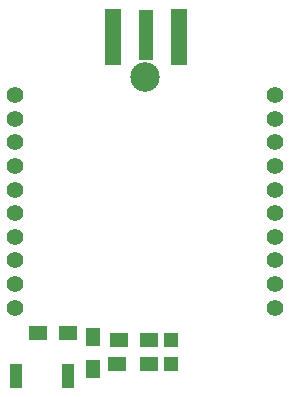
<source format=gbr>
G04 #@! TF.FileFunction,Soldermask,Top*
%FSLAX46Y46*%
G04 Gerber Fmt 4.6, Leading zero omitted, Abs format (unit mm)*
G04 Created by KiCad (PCBNEW 4.0.4-stable) date 01/28/17 15:21:22*
%MOMM*%
%LPD*%
G01*
G04 APERTURE LIST*
%ADD10C,0.100000*%
%ADD11R,1.500000X1.250000*%
%ADD12R,1.300000X1.500000*%
%ADD13C,1.400000*%
%ADD14R,1.198880X1.198880*%
%ADD15R,1.500000X1.300000*%
%ADD16R,1.350000X4.700000*%
%ADD17R,1.270000X4.200000*%
%ADD18C,2.500000*%
%ADD19R,1.000000X2.000000*%
G04 APERTURE END LIST*
D10*
D11*
X183470000Y-125930000D03*
X180970000Y-125930000D03*
D12*
X178730000Y-125690000D03*
X178730000Y-128390000D03*
D13*
X194180000Y-105230000D03*
X194180000Y-107230000D03*
X194180000Y-109230000D03*
X194180000Y-111230000D03*
X194180000Y-113230000D03*
X194180000Y-115230000D03*
X194180000Y-117230000D03*
X194180000Y-119230000D03*
X194180000Y-121230000D03*
X194180000Y-123230000D03*
X172180000Y-123230000D03*
X172180000Y-121230000D03*
X172180000Y-119230000D03*
X172180000Y-117230000D03*
X172180000Y-115230000D03*
X172180000Y-113230000D03*
X172180000Y-111230000D03*
X172180000Y-109230000D03*
X172180000Y-107230000D03*
X172180000Y-105230000D03*
D14*
X185390000Y-125930980D03*
X185390000Y-128029020D03*
D11*
X176630000Y-125390000D03*
X174130000Y-125390000D03*
D15*
X183500000Y-128000000D03*
X180800000Y-128000000D03*
D16*
X180480000Y-100350000D03*
X186050000Y-100350000D03*
X186050000Y-100350000D03*
D17*
X183265000Y-100100000D03*
D16*
X180480000Y-100350000D03*
D18*
X183200000Y-103700000D03*
D19*
X172230000Y-128990000D03*
X176630000Y-128990000D03*
M02*

</source>
